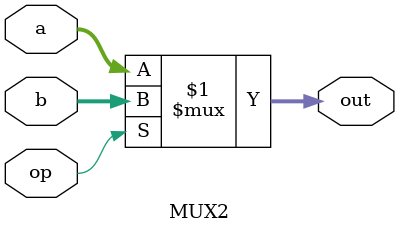
<source format=sv>
module MUX2(	// /Users/shaialexander/pycde_venv/circt/frontends/PyCDE/test/simple_example_for_test/test_MUX2.py:10
  input         op,
  input  [31:0] a,
                b,
  output [31:0] out
);

  assign out = op ? b : a;	// /Users/shaialexander/pycde_venv/circt/frontends/PyCDE/test/simple_example_for_test/test_MUX2.py:16, :18
endmodule


</source>
